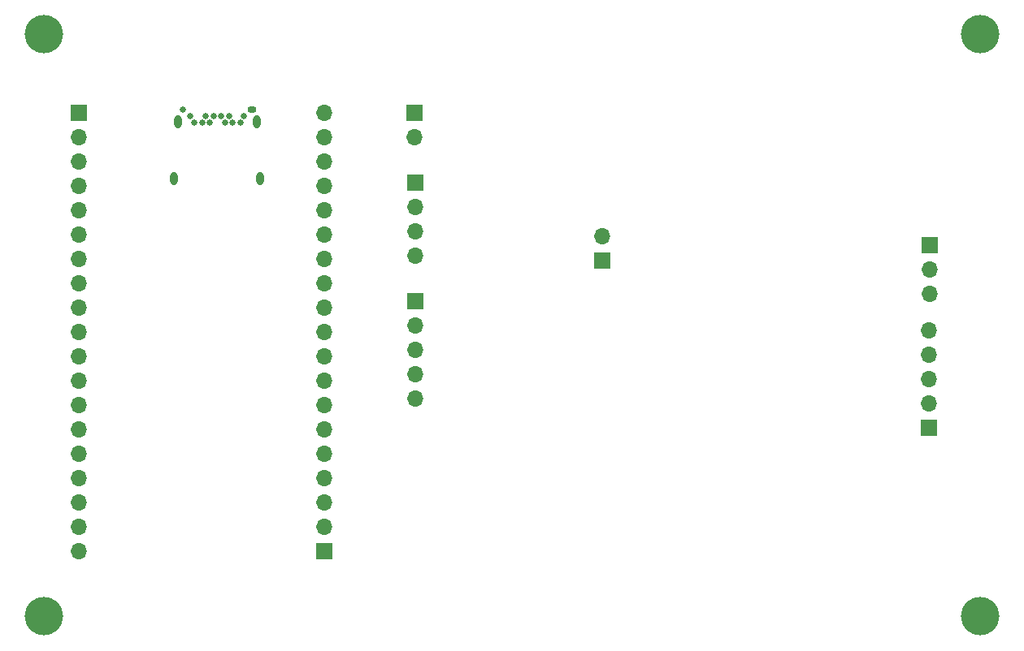
<source format=gbr>
%TF.GenerationSoftware,KiCad,Pcbnew,(7.0.0)*%
%TF.CreationDate,2023-04-14T16:10:36+02:00*%
%TF.ProjectId,display-brain-final,64697370-6c61-4792-9d62-7261696e2d66,rev?*%
%TF.SameCoordinates,Original*%
%TF.FileFunction,Soldermask,Bot*%
%TF.FilePolarity,Negative*%
%FSLAX46Y46*%
G04 Gerber Fmt 4.6, Leading zero omitted, Abs format (unit mm)*
G04 Created by KiCad (PCBNEW (7.0.0)) date 2023-04-14 16:10:36*
%MOMM*%
%LPD*%
G01*
G04 APERTURE LIST*
%ADD10C,4.000000*%
%ADD11R,1.700000X1.700000*%
%ADD12O,1.700000X1.700000*%
%ADD13C,0.650000*%
%ADD14O,0.950000X0.650000*%
%ADD15O,0.800000X1.400000*%
G04 APERTURE END LIST*
D10*
%TO.C,TP2*%
X129400000Y-52300000D03*
%TD*%
D11*
%TO.C,J3*%
X133099999Y-60479999D03*
D12*
X133099999Y-63019999D03*
X133099999Y-65559999D03*
X133099999Y-68099999D03*
X133099999Y-70639999D03*
X133099999Y-73179999D03*
X133099999Y-75719999D03*
X133099999Y-78259999D03*
X133099999Y-80799999D03*
X133099999Y-83339999D03*
X133099999Y-85879999D03*
X133099999Y-88419999D03*
X133099999Y-90959999D03*
X133099999Y-93499999D03*
X133099999Y-96039999D03*
X133099999Y-98579999D03*
X133099999Y-101119999D03*
X133099999Y-103659999D03*
X133099999Y-106199999D03*
%TD*%
D11*
%TO.C,J8*%
X221699999Y-74319999D03*
D12*
X221699999Y-76859999D03*
X221699999Y-79399999D03*
%TD*%
D11*
%TO.C,J5*%
X168099999Y-67759999D03*
D12*
X168099999Y-70299999D03*
X168099999Y-72839999D03*
X168099999Y-75379999D03*
%TD*%
D11*
%TO.C,J4*%
X158599999Y-106199999D03*
D12*
X158599999Y-103659999D03*
X158599999Y-101119999D03*
X158599999Y-98579999D03*
X158599999Y-96039999D03*
X158599999Y-93499999D03*
X158599999Y-90959999D03*
X158599999Y-88419999D03*
X158599999Y-85879999D03*
X158599999Y-83339999D03*
X158599999Y-80799999D03*
X158599999Y-78259999D03*
X158599999Y-75719999D03*
X158599999Y-73179999D03*
X158599999Y-70639999D03*
X158599999Y-68099999D03*
X158599999Y-65559999D03*
X158599999Y-63019999D03*
X158599999Y-60479999D03*
%TD*%
D11*
%TO.C,J2*%
X168099999Y-80119999D03*
D12*
X168099999Y-82659999D03*
X168099999Y-85199999D03*
X168099999Y-87739999D03*
X168099999Y-90279999D03*
%TD*%
D11*
%TO.C,J6*%
X221664577Y-93309757D03*
D12*
X221664577Y-90769757D03*
X221664577Y-88229757D03*
X221664577Y-85689757D03*
X221664577Y-83149757D03*
%TD*%
D10*
%TO.C,TP3*%
X129400000Y-113000000D03*
%TD*%
%TO.C,TP1*%
X227000000Y-52300000D03*
%TD*%
%TO.C,TP4*%
X227000000Y-113000000D03*
%TD*%
D13*
%TO.C,P1*%
X143900000Y-60140000D03*
D14*
X151099999Y-60139999D03*
D13*
X150300000Y-60790000D03*
X149900000Y-61490000D03*
X149100000Y-61490000D03*
X148700000Y-60790000D03*
X148300000Y-61490000D03*
X147900000Y-60790000D03*
X147100000Y-60790000D03*
X146700000Y-61490000D03*
X146300000Y-60790000D03*
X145900000Y-61490000D03*
X145100000Y-61490000D03*
X144700000Y-60790000D03*
D15*
X143009999Y-67339999D03*
X143369999Y-61389999D03*
X151629999Y-61389999D03*
X151989999Y-67339999D03*
%TD*%
D11*
%TO.C,J7*%
X168024999Y-60449999D03*
D12*
X168024999Y-62989999D03*
%TD*%
D11*
%TO.C,J1*%
X187568342Y-75899757D03*
D12*
X187568342Y-73359757D03*
%TD*%
M02*

</source>
